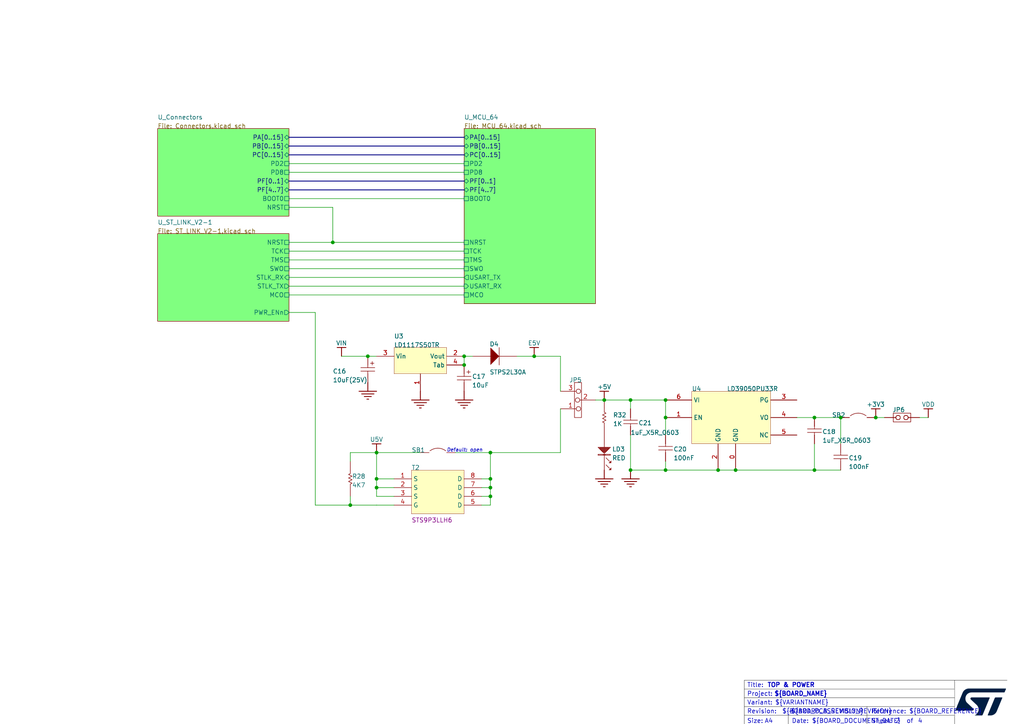
<source format=kicad_sch>
(kicad_sch (version 20250114) (generator "eeschema") (generator_version "9.0")
  (paper "A4")
  (title_block (title "TOP & POWER") (rev "C.3"))
  (lib_symbols
    (symbol "Top-altium-import:+3V3_BAR" (power)
      (property "Value" "+3V3" (at 0 -3.81 0))
      (symbol "+3V3_BAR_0_0"
        (polyline (pts (xy -1.27 -2.54) (xy 1.27 -2.54)) (stroke (width 0.254)))
        (polyline (pts (xy 0 0) (xy 0 -2.54)) (stroke (width 0.254)))
        (pin power_in line (at 0 0 0) (length 0) (hide yes) (name "+3V3") (number ""))
      )
    )
    (symbol "Top-altium-import:+5V_BAR" (power)
      (property "Value" "+5V" (at 0 -3.81 0))
      (symbol "+5V_BAR_0_0"
        (polyline (pts (xy -1.27 -2.54) (xy 1.27 -2.54)) (stroke (width 0.254)))
        (polyline (pts (xy 0 0) (xy 0 -2.54)) (stroke (width 0.254)))
        (pin power_in line (at 0 0 0) (length 0) (hide yes) (name "+5V") (number ""))
      )
    )
    (symbol "Top-altium-import:E5V_BAR" (power)
      (property "Value" "E5V" (at 0 -3.81 0))
      (symbol "E5V_BAR_0_0"
        (polyline (pts (xy -1.27 -2.54) (xy 1.27 -2.54)) (stroke (width 0.254)))
        (polyline (pts (xy 0 0) (xy 0 -2.54)) (stroke (width 0.254)))
        (pin power_in line (at 0 0 0) (length 0) (hide yes) (name "E5V") (number ""))
      )
    )
    (symbol "Top-altium-import:GND_POWER_GROUND" (power)
      (property "Value" "GND" (at 0 -6.35 0))
      (symbol "GND_POWER_GROUND_0_0"
        (polyline (pts (xy -2.54 -2.54) (xy 2.54 -2.54)) (stroke (width 0.254)))
        (polyline (pts (xy -1.778 -3.302) (xy 1.778 -3.302)) (stroke (width 0.254)))
        (polyline (pts (xy -1.016 -4.064) (xy 1.016 -4.064)) (stroke (width 0.254)))
        (polyline (pts (xy -0.254 -4.826) (xy 0.254 -4.826)) (stroke (width 0.254)))
        (polyline (pts (xy 0 0) (xy 0 -2.54)) (stroke (width 0.254)))
        (pin power_in line (at 0 0 0) (length 0) (hide yes) (name "GND") (number ""))
      )
    )
    (symbol "Top-altium-import:U5V_BAR" (power)
      (property "Value" "U5V" (at 0 -3.81 0))
      (symbol "U5V_BAR_0_0"
        (polyline (pts (xy -1.27 -2.54) (xy 1.27 -2.54)) (stroke (width 0.254)))
        (polyline (pts (xy 0 0) (xy 0 -2.54)) (stroke (width 0.254)))
        (pin power_in line (at 0 0 0) (length 0) (hide yes) (name "U5V") (number ""))
      )
    )
    (symbol "Top-altium-import:VDD_BAR" (power)
      (property "Value" "VDD" (at 0 -3.81 0))
      (symbol "VDD_BAR_0_0"
        (polyline (pts (xy -1.27 -2.54) (xy 1.27 -2.54)) (stroke (width 0.254)))
        (polyline (pts (xy 0 0) (xy 0 -2.54)) (stroke (width 0.254)))
        (pin power_in line (at 0 0 0) (length 0) (hide yes) (name "VDD") (number ""))
      )
    )
    (symbol "Top-altium-import:VIN_BAR" (power)
      (property "Value" "VIN" (at 0 -3.81 0))
      (symbol "VIN_BAR_0_0"
        (polyline (pts (xy -1.27 -2.54) (xy 1.27 -2.54)) (stroke (width 0.254)))
        (polyline (pts (xy 0 0) (xy 0 -2.54)) (stroke (width 0.254)))
        (pin power_in line (at 0 0 0) (length 0) (hide yes) (name "VIN") (number ""))
      )
    )
    (symbol "Top-altium-import:root_0_Circuit Breaker_MCD_TOOLS.SCHLIB" (pin_numbers (hide yes)) (pin_names (hide yes))
      (symbol "root_0_Circuit Breaker_MCD_TOOLS.SCHLIB_1_0"
        (arc (start 0.254 -2.032) (mid 1.3352 -1.4655) (end 2.54 -1.27))
        (arc (start 2.54 -1.27) (mid 3.7448 -1.4655) (end 4.826 -2.032))
        (pin passive line (at -2.54 -2.54 0) (length 2.54) (name "1") (number "1"))
        (pin passive line (at 7.62 -2.54 180) (length 2.54) (name "2") (number "2"))
      )
    )
    (symbol "Top-altium-import:root_0_JP2_*" (pin_numbers (hide yes)) (pin_names (hide yes))
      (symbol "root_0_JP2_*_1_0"
        (polyline (pts (xy -2.54 1.27) (xy 2.54 1.27) (xy 2.54 -1.27) (xy -2.54 -1.27) (xy -2.54 1.27)))
        (pin passive inverted (at -5.08 0 0) (length 4.572) (name "COMMON") (number "1"))
        (pin passive inverted (at 5.08 0 180) (length 4.572) (name "NO") (number "2"))
      )
    )
    (symbol "Top-altium-import:root_0_Jumper3_STR910_SCHLIB.SCHLIB" (pin_names (hide yes))
      (symbol "root_0_Jumper3_STR910_SCHLIB.SCHLIB_1_0"
        (polyline (pts (xy 1.016 0) (xy -1.016 0) (xy -1.016 -10.16) (xy 1.016 -10.16) (xy 1.016 0)))
        (pin passive inverted (at -5.08 -2.54 0) (length 5.842) (name "") (number "3"))
        (pin passive inverted (at -5.08 -7.62 0) (length 5.842) (name "") (number "1"))
        (pin passive inverted (at 5.08 -5.08 180) (length 5.842) (name "") (number "2"))
      )
    )
    (symbol "Top-altium-import:root_0_LD1117_mb1045.SCHLIB_0"
      (symbol "root_0_LD1117_mb1045.SCHLIB_0_1_0"
        (rectangle (start 7.62 2.54) (end -7.62 -5.08) (stroke (width 0.0254) (color 128 0 0 1)) (fill (type background)))
        (pin input line (at -12.7 0 0) (length 5.08) (name "Vin") (number "3"))
        (pin passive line (at 0 -10.16 90) (length 5.08) (name "") (number "1"))
        (pin power_in line (at 12.7 0 180) (length 5.08) (name "Vout") (number "2"))
        (pin power_in line (at 12.7 -2.54 180) (length 5.08) (name "Tab") (number "4"))
      )
    )
    (symbol "Top-altium-import:root_0_LD39050P_Nucleo_64.SCHLIB_0"
      (symbol "root_0_LD39050P_Nucleo_64.SCHLIB_0_1_0"
        (rectangle (start 22.86 0) (end 0 -15.24) (stroke (width 0.0254) (color 128 0 0 1)) (fill (type background)))
        (pin passive line (at -7.62 -2.54 0) (length 7.62) (name "VI") (number "6"))
        (pin passive line (at -7.62 -7.62 0) (length 7.62) (name "EN") (number "1"))
        (pin passive line (at 7.62 -22.86 90) (length 7.62) (name "GND") (number "2"))
        (pin passive line (at 12.7 -22.86 90) (length 7.62) (name "GND") (number "0"))
        (pin passive line (at 30.48 -2.54 180) (length 7.62) (name "PG") (number "3"))
        (pin passive line (at 30.48 -7.62 180) (length 7.62) (name "VO") (number "4"))
        (pin passive line (at 30.48 -12.7 180) (length 7.62) (name "NC") (number "5"))
      )
    )
    (symbol "Top-altium-import:root_0_PHOTO_MB963_1.SCHLIB_0" (pin_numbers (hide yes)) (pin_names (hide yes))
      (symbol "root_0_PHOTO_MB963_1.SCHLIB_0_1_0"
        (polyline (pts (xy -1.778 -5.588) (xy -1.778 -5.842)))
        (polyline (pts (xy -1.27 -3.556) (xy -1.27 -4.064)))
        (polyline (pts (xy -1.016 -3.556) (xy -1.016 -4.318)))
        (polyline (pts (xy -0.762 -3.556) (xy -0.762 -4.572)))
        (polyline (pts (xy -0.508 -3.556) (xy -0.508 -4.826)))
        (polyline (pts (xy -0.254 -3.556) (xy -0.254 -5.08)))
        (polyline (pts (xy -0.254 -5.08) (xy -1.778 -3.556)))
        (polyline (pts (xy -0.254 -5.588) (xy -0.254 -5.842)))
        (polyline (pts (xy 0 -2.54) (xy 0 -7.62)))
        (polyline (pts (xy 0.254 -3.556) (xy 0.254 -5.08)))
        (polyline (pts (xy 0.254 -5.08) (xy -0.254 -5.08)))
        (polyline (pts (xy 0.254 -5.588) (xy 0.254 -5.842)))
        (polyline (pts (xy 0.508 -3.556) (xy 0.508 -4.826)))
        (polyline (pts (xy 0.508 -4.826) (xy -0.508 -4.826)))
        (polyline (pts (xy 0.508 -6.604) (xy 1.524 -7.62)))
        (polyline (pts (xy 0.508 -8.636) (xy 1.524 -9.652)))
        (polyline (pts (xy 0.762 -3.556) (xy 0.762 -4.572)))
        (polyline (pts (xy 0.762 -4.572) (xy -0.762 -4.572)))
        (polyline (pts (xy 1.016 -3.556) (xy 1.016 -4.318)))
        (polyline (pts (xy 1.016 -4.318) (xy -1.016 -4.318)))
        (polyline (pts (xy 1.27 -3.556) (xy 1.27 -4.064)))
        (polyline (pts (xy 1.27 -4.064) (xy -1.27 -4.064)))
        (polyline (pts (xy 1.524 -3.81) (xy -1.524 -3.81)))
        (polyline (pts (xy 1.778 -3.556) (xy -1.778 -3.556)))
        (polyline (pts (xy 1.778 -3.556) (xy 0.254 -5.08)))
        (polyline (pts (xy 1.778 -5.588) (xy -1.778 -5.588)))
        (polyline (pts (xy 1.778 -5.588) (xy 1.778 -5.842)))
        (polyline (pts (xy 1.778 -5.842) (xy -1.778 -5.842)))
        (polyline (pts (xy 2.032 -7.366) (xy 2.032 -8.128) (xy 1.27 -8.128) (xy 2.032 -7.366)) (stroke (width -0.0001)) (fill (type outline)))
        (polyline (pts (xy 2.032 -9.398) (xy 2.032 -10.16) (xy 1.27 -10.16) (xy 2.032 -9.398)) (stroke (width -0.0001)) (fill (type outline)))
        (pin passive line (at 0 0 270) (length 2.54) (name "") (number "1"))
        (pin passive line (at 0 -10.16 90) (length 2.54) (name "") (number "2"))
      )
    )
    (symbol "Top-altium-import:root_0_STPS2L30A_Nucleo_64.SCHLIB" (pin_numbers (hide yes)) (pin_names (hide yes))
      (symbol "root_0_STPS2L30A_Nucleo_64.SCHLIB_1_0"
        (polyline (pts (xy 0 -5.08) (xy 2.54 -2.54) (xy 0 0) (xy 0 -5.08)) (stroke (width -0.0001)) (fill (type outline)))
        (polyline (pts (xy 2.54 0) (xy 2.54 -5.08)))
        (pin passive line (at -5.08 -2.54 0) (length 5.08) (name "A") (number "1"))
        (pin passive line (at 7.62 -2.54 180) (length 5.08) (name "K") (number "2"))
      )
    )
    (symbol "Top-altium-import:root_0_TRANS_P-CHANNEL_STS9P3LLH6_MCD_PARTS_database.DbLib"
      (symbol "root_0_TRANS_P-CHANNEL_STS9P3LLH6_MCD_PARTS_database.DbLib_1_0"
        (rectangle (start 15.214 -0.001) (end -0.026 -12.701) (stroke (width 0.0254) (color 128 0 0 1)) (fill (type background)))
        (pin passive line (at -5.106 -2.541 0) (length 5.08) (name "S") (number "1"))
        (pin passive line (at -5.106 -5.081 0) (length 5.08) (name "S") (number "2"))
        (pin passive line (at -5.106 -7.621 0) (length 5.08) (name "S") (number "3"))
        (pin passive line (at -5.106 -10.161 0) (length 5.08) (name "G") (number "4"))
        (pin passive line (at 20.294 -2.541 180) (length 5.08) (name "D") (number "8"))
        (pin passive line (at 20.294 -7.621 180) (length 5.08) (name "D") (number "6"))
        (pin passive line (at 20.294 -10.161 180) (length 5.08) (name "D") (number "5"))
        (pin passive line (at 20.32 -5.08 180) (length 5.08) (name "D") (number "7"))
      )
    )
    (symbol "Top-altium-import:root_1_Capacitor_ST_MCD_TOOLS.SchLib" (pin_numbers (hide yes)) (pin_names (hide yes))
      (symbol "root_1_Capacitor_ST_MCD_TOOLS.SchLib_1_0"
        (polyline (pts (xy 0.508 1.778) (xy 4.572 1.778)))
        (polyline (pts (xy 2.54 2.54) (xy 2.54 1.778)))
        (polyline (pts (xy 2.54 0) (xy 2.54 0.762)))
        (polyline (pts (xy 4.572 0.762) (xy 0.508 0.762)))
        (pin passive line (at 2.54 5.08 270) (length 2.54) (name "2") (number "2"))
        (pin passive line (at 2.54 -2.54 90) (length 2.54) (name "1") (number "1"))
      )
    )
    (symbol "Top-altium-import:root_1_Resistor_ST_MCD_TOOLS.SchLib" (pin_numbers (hide yes)) (pin_names (hide yes))
      (symbol "root_1_Resistor_ST_MCD_TOOLS.SchLib_1_0"
        (polyline (pts (xy 2.54 5.08) (xy 2.54 4.064) (xy 3.048 3.81) (xy 2.032 3.302) (xy 3.048 2.794) (xy 2.032 2.286) (xy 3.048 1.778) (xy 2.032 1.27) (xy 2.54 1.016) (xy 2.54 0)))
        (pin passive line (at 2.54 7.62 270) (length 2.54) (name "2") (number "2"))
        (pin passive line (at 2.54 -2.54 90) (length 2.54) (name "1") (number "1"))
      )
    )
    (symbol "Top-altium-import:root_1_mirrored_Res1_*_0" (pin_numbers (hide yes)) (pin_names (hide yes))
      (symbol "root_1_mirrored_Res1_*_0_1_0"
        (polyline (pts (xy 2.54 -5.08) (xy 2.54 -4.064) (xy 3.048 -3.81) (xy 2.032 -3.302) (xy 3.048 -2.794) (xy 2.032 -2.286) (xy 3.048 -1.778) (xy 2.032 -1.27) (xy 2.54 -1.016) (xy 2.54 0)))
        (pin passive line (at 2.54 2.54 270) (length 2.54) (name "1") (number "1"))
        (pin passive line (at 2.54 -7.62 90) (length 2.54) (name "2") (number "2"))
      )
    )
    (symbol "Top-altium-import:root_3_CAP SMD 0603  X5R 1µF 25V 10%_MB963_1.SCHLIB" (pin_numbers (hide yes)) (pin_names (hide yes))
      (symbol "root_3_CAP SMD 0603  X5R 1µF 25V 10%_MB963_1.SCHLIB_1_0"
        (polyline (pts (xy -2.032 -3.302) (xy 2.032 -3.302)))
        (polyline (pts (xy 0 -2.54) (xy 0 -3.302)))
        (polyline (pts (xy 0 -5.08) (xy 0 -4.318)))
        (polyline (pts (xy 2.032 -4.318) (xy -2.032 -4.318)))
        (pin passive line (at 0 0 270) (length 2.54) (name "1") (number "1"))
        (pin passive line (at 0 -7.62 90) (length 2.54) (name "2") (number "2"))
      )
    )
    (symbol "Top-altium-import:root_3_Cap Pol1_Miscellaneous Devices.IntLib" (pin_numbers (hide yes)) (pin_names (hide yes))
      (symbol "root_3_Cap Pol1_Miscellaneous Devices.IntLib_1_0"
        (polyline (pts (xy -4.572 -0.762) (xy -0.508 -0.762)))
        (polyline (pts (xy -4.572 -1.778) (xy -0.508 -1.778)))
        (polyline (pts (xy -2.54 0) (xy -2.54 -0.762)))
        (polyline (pts (xy -2.54 -2.54) (xy -2.54 -1.778)))
        (polyline (pts (xy -1.778 0.508) (xy -0.762 0.508)))
        (polyline (pts (xy -1.27 0) (xy -1.27 1.016)))
        (pin passive line (at -2.54 2.54 270) (length 2.54) (name "1") (number "1"))
        (pin passive line (at -2.54 -5.08 90) (length 2.54) (name "2") (number "2"))
      )
    )
  )
  (text "Default: open" (at 129.54 131.2672 0) (effects (font (size 1.016 1.016) (italic yes)) (justify left bottom)))
  (text "${##}" (at 266.192 210.0072 0) (effects (font (size 1.27 1.27)) (justify left bottom)))
  (text "${VARIANTNAME}" (at 224.79 204.6732 0) (effects (font (size 1.27 1.27)) (justify left bottom)))
  (text "Title:" (at 216.662 199.5932 0) (effects (font (size 1.27 1.27)) (justify left bottom)))
  (text "Sheet:" (at 252.73 210.0072 0) (effects (font (size 1.27 1.27)) (justify left bottom)))
  (text "Variant:" (at 216.662 204.6732 0) (effects (font (size 1.27 1.27)) (justify left bottom)))
  (text "${BOARD_NAME}" (at 224.536 202.1332 0) (effects (font (size 1.27 1.27) (thickness 0.254) (bold yes)) (justify left bottom)))
  (text "${#}" (at 259.588 210.0072 0) (effects (font (size 1.27 1.27)) (justify left bottom)))
  (text "of" (at 262.89 210.0072 0) (effects (font (size 1.27 1.27)) (justify left bottom)))
  (text "Project:" (at 216.662 202.1332 0) (effects (font (size 1.27 1.27)) (justify left bottom)))
  (text "Size:" (at 216.662 210.0072 0) (effects (font (size 1.27 1.27)) (justify left bottom)))
  (text "${BOARD_ASSEMBLY_REVISION}" (at 229.362 207.2132 0) (effects (font (size 1.27 1.27)) (justify left bottom)))
  (text "Reference:" (at 252.73 207.2132 0) (effects (font (size 1.27 1.27)) (justify left bottom)))
  (text "Revision:" (at 216.662 207.2132 0) (effects (font (size 1.27 1.27)) (justify left bottom)))
  (text "${BOARD_REFERENCE}" (at 263.652 207.2132 0) (effects (font (size 1.27 1.27)) (justify left bottom)))
  (text "${BOARD_DOCUMENT_DATE}" (at 235.458 210.0072 0) (effects (font (size 1.27 1.27)) (justify left bottom)))
  (text "Date:" (at 229.616 210.0072 0) (effects (font (size 1.27 1.27)) (justify left bottom)))
  (text "${TITLE}" (at 222.504 199.5932 0) (effects (font (size 1.27 1.27) (thickness 0.254) (bold yes)) (justify left bottom)))
  (text "A4" (at 221.742 210.0072 0) (effects (font (size 1.27 1.27)) (justify left bottom)))
  (text "-" (at 228.6 207.2132 0) (effects (font (size 1.27 1.27)) (justify left bottom)))
  (text "${BOARD_PCB_REVISION}" (at 226.822 207.2132 0) (effects (font (size 1.27 1.27)) (justify left bottom)))
  (junction (at 254 121.1072))
  (junction (at 193.04 136.3472))
  (junction (at 208.28 136.3472))
  (junction (at 193.04 116.0272))
  (junction (at 109.22 138.8872))
  (junction (at 109.22 131.2672))
  (junction (at 236.22 121.1072))
  (junction (at 109.22 141.4282))
  (junction (at 175.26 116.0272))
  (junction (at 142.24 141.4272))
  (junction (at 142.24 143.9682))
  (junction (at 142.24 138.8882))
  (junction (at 134.62 103.3272))
  (junction (at 142.24 131.2672))
  (junction (at 101.6 146.5072))
  (junction (at 193.04 121.1072))
  (junction (at 106.68 103.3272))
  (junction (at 182.88 136.3472))
  (junction (at 134.62 105.8672))
  (junction (at 213.36 136.3472))
  (junction (at 182.88 116.0272))
  (junction (at 243.84 121.1072))
  (junction (at 96.52 70.3072))
  (junction (at 236.22 136.3472))
  (junction (at 154.94 103.3272))
  (wire (pts (xy 213.36 136.3472) (xy 236.22 136.3472)))
  (wire (pts (xy 91.44 90.6272) (xy 91.44 146.5072)))
  (polyline (pts (xy 215.9 197.3072) (xy 215.9 210.0072)) (stroke (width 0.0254) (type solid) (color 0 0 0 1)))
  (wire (pts (xy 193.04 136.3472) (xy 208.28 136.3472)))
  (wire (pts (xy 96.52 70.3072) (xy 134.62 70.3072)))
  (wire (pts (xy 83.82 75.3872) (xy 134.62 75.3872)))
  (wire (pts (xy 142.24 138.8882) (xy 142.24 141.4272)))
  (wire (pts (xy 134.62 105.8672) (xy 134.62 103.3272)))
  (wire (pts (xy 83.82 80.4672) (xy 134.62 80.4672)))
  (polyline (pts (xy 276.86 199.8472) (xy 215.9 199.8472)) (stroke (width 0.0254) (type solid) (color 0 0 0 1)))
  (wire (pts (xy 256.54 121.1072) (xy 254 121.1072)))
  (wire (pts (xy 83.82 90.6272) (xy 91.44 90.6272)))
  (wire (pts (xy 193.04 121.1072) (xy 193.04 116.0272)))
  (wire (pts (xy 109.22 131.2672) (xy 121.92 131.2672)))
  (wire (pts (xy 109.22 146.5082) (xy 114.274 146.5082)))
  (wire (pts (xy 154.94 103.3272) (xy 149.86 103.3272)))
  (wire (pts (xy 83.82 60.1472) (xy 96.52 60.1472)))
  (wire (pts (xy 182.88 116.0272) (xy 175.26 116.0272)))
  (polyline (pts (xy 228.6 207.4672) (xy 228.6 210.0072)) (stroke (width 0.0254) (type solid) (color 0 0 0 1)))
  (wire (pts (xy 193.04 136.3472) (xy 193.04 133.8072)))
  (wire (pts (xy 83.82 77.9272) (xy 134.62 77.9272)))
  (wire (pts (xy 109.22 143.9682) (xy 114.274 143.9682)))
  (wire (pts (xy 99.06 103.3272) (xy 106.68 103.3272)))
  (wire (pts (xy 142.24 143.9682) (xy 139.674 143.9682)))
  (wire (pts (xy 139.674 138.8882) (xy 142.24 138.8882)))
  (wire (pts (xy 132.08 131.2672) (xy 142.24 131.2672)))
  (polyline (pts (xy 276.86 197.3072) (xy 276.86 210.0072)) (stroke (width 0.0254) (type solid) (color 0 0 0 1)))
  (wire (pts (xy 243.84 121.1072) (xy 236.22 121.1072)))
  (wire (pts (xy 182.88 126.1872) (xy 182.88 136.3472)))
  (wire (pts (xy 101.6 133.8072) (xy 101.6 131.2672)))
  (wire (pts (xy 83.82 47.4472) (xy 134.62 47.4472)))
  (wire (pts (xy 236.22 136.3472) (xy 243.84 136.3472)))
  (wire (pts (xy 162.56 103.3272) (xy 154.94 103.3272)))
  (wire (pts (xy 83.82 72.8472) (xy 134.62 72.8472)))
  (bus (pts (xy 83.82 39.8272) (xy 134.62 39.8272)) (stroke (width 0.254)))
  (wire (pts (xy 269.24 121.1072) (xy 266.7 121.1072)))
  (wire (pts (xy 142.24 141.4272) (xy 142.24 143.9682)))
  (wire (pts (xy 106.68 103.3272) (xy 109.22 103.3272)))
  (polyline (pts (xy 251.46 204.9272) (xy 251.46 210.0072)) (stroke (width 0.0254) (type solid) (color 0 0 0 1)))
  (wire (pts (xy 243.84 128.7272) (xy 243.84 121.1072)))
  (wire (pts (xy 109.22 138.8872) (xy 109.22 141.4282)))
  (wire (pts (xy 101.6 131.2672) (xy 109.22 131.2672)))
  (wire (pts (xy 83.82 85.5472) (xy 134.62 85.5472)))
  (bus (pts (xy 83.82 55.0672) (xy 134.62 55.0672)) (stroke (width 0.254)))
  (wire (pts (xy 142.24 143.9682) (xy 142.24 146.5082)))
  (wire (pts (xy 101.6 143.9672) (xy 101.6 146.5072)))
  (wire (pts (xy 193.04 126.1872) (xy 193.04 121.1072)))
  (wire (pts (xy 193.04 116.0272) (xy 182.88 116.0272)))
  (wire (pts (xy 134.62 103.3272) (xy 137.16 103.3272)))
  (wire (pts (xy 109.22 131.2672) (xy 109.22 138.8872)))
  (polyline (pts (xy 215.9 202.3872) (xy 276.86 202.3872)) (stroke (width 0.0254) (type solid) (color 0 0 0 1)))
  (wire (pts (xy 83.82 70.3072) (xy 96.52 70.3072)))
  (wire (pts (xy 142.24 131.2672) (xy 142.24 138.8882)))
  (bus (pts (xy 83.82 52.5272) (xy 134.62 52.5272)) (stroke (width 0.254)))
  (polyline (pts (xy 215.9 207.4672) (xy 276.86 207.4672)) (stroke (width 0.0254) (type solid) (color 0 0 0 1)))
  (bus (pts (xy 83.82 44.9072) (xy 134.62 44.9072)) (stroke (width 0.254)))
  (wire (pts (xy 162.56 131.2672) (xy 162.56 118.5672)))
  (wire (pts (xy 182.88 136.3472) (xy 193.04 136.3472)))
  (wire (pts (xy 236.22 121.1072) (xy 231.14 121.1072)))
  (wire (pts (xy 109.22 141.4282) (xy 109.22 143.9682)))
  (wire (pts (xy 83.82 49.9872) (xy 134.62 49.9872)))
  (polyline (pts (xy 292.1 197.3072) (xy 215.9 197.3072)) (stroke (width 0.0254) (type solid) (color 0 0 0 1)))
  (bus (pts (xy 83.82 42.3672) (xy 134.62 42.3672)) (stroke (width 0.254)))
  (wire (pts (xy 101.6 146.5072) (xy 109.22 146.5072)))
  (polyline (pts (xy 215.9 204.9272) (xy 276.86 204.9272)) (stroke (width 0.0254) (type solid) (color 0 0 0 1)))
  (wire (pts (xy 142.24 146.5082) (xy 139.674 146.5082)))
  (wire (pts (xy 208.28 136.3472) (xy 213.36 136.3472)))
  (wire (pts (xy 109.22 138.8872) (xy 114.274 138.8882)))
  (wire (pts (xy 236.22 128.7272) (xy 236.22 136.3472)))
  (wire (pts (xy 175.26 116.0272) (xy 172.72 116.0272)))
  (wire (pts (xy 162.56 113.4872) (xy 162.56 103.3272)))
  (wire (pts (xy 83.82 83.0072) (xy 134.62 83.0072)))
  (wire (pts (xy 142.24 141.4272) (xy 139.7 141.4272)))
  (wire (pts (xy 91.44 146.5072) (xy 101.6 146.5072)))
  (wire (pts (xy 142.24 131.2672) (xy 162.56 131.2672)))
  (wire (pts (xy 109.22 141.4282) (xy 114.274 141.4282)))
  (wire (pts (xy 83.82 57.6072) (xy 134.62 57.6072)))
  (wire (pts (xy 109.22 146.5072) (xy 109.22 146.5082)))
  (wire (pts (xy 182.88 116.0272) (xy 182.88 118.5672)))
  (wire (pts (xy 96.52 60.1472) (xy 96.52 70.3072)))
  (image (at 284.442 203.6397) (scale 0.173094))
  (symbol (lib_id "Top-altium-import:root_0_Circuit Breaker_MCD_TOOLS.SCHLIB") (at 124.46 128.7272 0) (unit 1)
    (property "Reference" "SB1" (at 119.38 131.2672 0) (effects (justify left bottom)))
    (property "Value" "Circuit Breaker" (effects (hide yes)))
    (property "Footprint" "JP2_SMD" (effects (hide yes)))
    (property "Description" "Circuit Breaker" (effects (hide yes)))
    (property "PUBLISHED" "24-Mar-1999" (effects (hide yes)))
    (property "REVISION" "July-2002: Re-released for DXP Platform." (effects (hide yes)))
    (property "PUBLISHER" "Altium Limited" (effects (hide yes)))
    (property "SOLDER" "NO" (effects (hide yes)))
  )
  (symbol (lib_id "Top-altium-import:VIN_BAR") (at 99.06 103.3272 180) (unit 1)
    (property "Reference" "#PWR?" (effects (hide yes)))
    (property "Value" "VIN" (at 99.06 99.5172 0))
  )
  (symbol (lib_id "Top-altium-import:VDD_BAR") (at 269.24 121.1072 180) (unit 1)
    (property "Reference" "#PWR?" (effects (hide yes)))
    (property "Value" "VDD" (at 269.24 117.2972 0))
  )
  (symbol (lib_id "Top-altium-import:root_1_Capacitor_ST_MCD_TOOLS.SchLib") (at 190.5 131.2672 0) (unit 1)
    (property "Reference" "C20" (at 195.326 131.0132 0) (effects (justify left bottom)))
    (property "Value" "100nF" (at 195.326 133.5532 0) (effects (justify left bottom)))
    (property "Footprint" "0603C" (effects (hide yes)))
    (property "Description" "Capacitor 0402 / 0603 / 0805" (effects (hide yes)))
    (property "REVISION" "July-2002: Re-released for DXP Platform." (effects (hide yes)))
    (property "ALTIUM_VALUE" "100nF" (effects (hide yes)))
  )
  (symbol (lib_id "Top-altium-import:GND_POWER_GROUND") (at 134.62 113.4872 0) (unit 1)
    (property "Reference" "#PWR?" (effects (hide yes)))
    (property "Value" "GND" (effects (hide yes)))
  )
  (symbol (lib_id "Top-altium-import:root_1_Resistor_ST_MCD_TOOLS.SchLib") (at 172.72 123.6472 0) (unit 1)
    (property "Reference" "R32" (at 177.8 121.1072 0) (effects (justify left bottom)))
    (property "Value" "1K" (at 177.8 123.6472 0) (effects (justify left bottom)))
    (property "Footprint" "0603R" (effects (hide yes)))
    (property "Description" "Resistor 0402 / 0603 / 0805" (effects (hide yes)))
    (property "ALTIUM_VALUE" "10K" (effects (hide yes)))
  )
  (symbol (lib_id "Top-altium-import:GND_POWER_GROUND") (at 106.68 110.9472 0) (unit 1)
    (property "Reference" "#PWR?" (effects (hide yes)))
    (property "Value" "GND" (effects (hide yes)))
  )
  (symbol (lib_id "Top-altium-import:GND_POWER_GROUND") (at 175.26 136.3472 0) (unit 1)
    (property "Reference" "#PWR?" (effects (hide yes)))
    (property "Value" "GND" (effects (hide yes)))
  )
  (symbol (lib_id "Top-altium-import:+3V3_BAR") (at 254 121.1072 180) (unit 1)
    (property "Reference" "#PWR?" (effects (hide yes)))
    (property "Value" "+3V3" (at 254 117.2972 0))
  )
  (symbol (lib_id "Top-altium-import:root_0_JP2_*") (at 261.62 121.1072 0) (unit 1)
    (property "Reference" "JP6" (at 258.826 119.5832 0) (effects (justify left bottom)))
    (property "Footprint" "SIP2/2.54" (effects (hide yes)))
  )
  (symbol (lib_id "Top-altium-import:root_3_Cap Pol1_Miscellaneous Devices.IntLib") (at 137.16 108.4072 0) (unit 1)
    (property "Reference" "C17" (at 136.906 109.9312 0) (effects (justify left bottom)))
    (property "Value" "10uF" (at 136.906 112.4712 0) (effects (justify left bottom)))
    (property "Footprint" "TAN-A" (effects (hide yes)))
    (property "Description" "Polarized Capacitor (Radial)" (effects (hide yes)))
    (property "PUBLISHED" "8-Jun-2000" (effects (hide yes)))
    (property "REVISION" "July-2002: Re-released for DXP Platform." (effects (hide yes)))
    (property "PUBLISHER" "Altium Limited" (effects (hide yes)))
    (property "ALTIUM_VALUE" "10uF" (effects (hide yes)))
  )
  (symbol (lib_id "Top-altium-import:root_0_STPS2L30A_Nucleo_64.SCHLIB") (at 142.24 100.7872 0) (unit 1)
    (property "Reference" "D4" (at 141.986 100.5332 0) (effects (justify left bottom)))
    (property "Value" "STPS2L30A" (at 141.986 108.6612 0) (effects (justify left bottom)))
    (property "Footprint" "SMA" (effects (hide yes)))
    (property "Description" "STPS2L30A" (effects (hide yes)))
    (property "REVISION" "July-2002: Re-released for DXP Platform." (effects (hide yes)))
    (property "PROVIDED" "ST" (effects (hide yes)))
    (property "ORDER" "BAT60JFILM" (effects (hide yes)))
    (property "MANUF_PART_1" "BAT60JFILM" (effects (hide yes)))
    (property "MANUF_1" "STM" (effects (hide yes)))
    (property "DISTRIB" "ST" (effects (hide yes)))
    (property "ECCN_US/EU" "EAR99/NEC" (effects (hide yes)))
  )
  (symbol (lib_id "Top-altium-import:root_3_Cap Pol1_Miscellaneous Devices.IntLib") (at 109.22 105.8672 0) (unit 1)
    (property "Reference" "C16" (at 96.52 108.4072 0) (effects (justify left bottom)))
    (property "Value" "10uF(25V)" (at 96.52 110.9472 0) (effects (justify left bottom)))
    (property "Footprint" "TAN-B" (effects (hide yes)))
    (property "Description" "Polarized Capacitor (Radial)" (effects (hide yes)))
    (property "PUBLISHED" "8-Jun-2000" (effects (hide yes)))
    (property "REVISION" "July-2002: Re-released for DXP Platform." (effects (hide yes)))
    (property "PUBLISHER" "Altium Limited" (effects (hide yes)))
    (property "ALTIUM_VALUE" "10uF" (effects (hide yes)))
  )
  (symbol (lib_id "Top-altium-import:root_3_CAP SMD 0603  X5R 1µF 25V 10%_MB963_1.SCHLIB") (at 182.88 118.5672 0) (unit 1)
    (property "Reference" "C21" (at 185.166 123.3932 0) (effects (justify left bottom)))
    (property "Value" "1uF_X5R_0603" (at 182.88 126.1872 0) (effects (justify left bottom)))
    (property "Footprint" "0603C" (effects (hide yes)))
    (property "Description" "0603  X5R 1µF" (effects (hide yes)))
    (property "MANUFACTURER" "*" (effects (hide yes)))
    (property "MANUFACTURER P/N" "*" (effects (hide yes)))
    (property "ORDER CODE FARNELL" "1288202RL" (effects (hide yes)))
    (property "ALTIUM_VALUE" "1µF" (effects (hide yes)))
    (property "RATED VOLTAGE" "25V" (effects (hide yes)))
    (property "TOLERANCE" "10%" (effects (hide yes)))
    (property "POWER" "*" (effects (hide yes)))
    (property "TECHNOLOGY" "X5R" (effects (hide yes)))
    (property "TEMPERATURE  FACTOR" "*" (effects (hide yes)))
    (property "TEMPERATURE MAX" "+125°C" (effects (hide yes)))
    (property "TEMPERATURE MIN" "-55°C" (effects (hide yes)))
    (property "STS CODE" "*" (effects (hide yes)))
  )
  (symbol (lib_id "Top-altium-import:root_0_LD39050P_Nucleo_64.SCHLIB_0") (at 200.66 113.4872 0) (unit 1)
    (property "Reference" "U4" (at 200.66 113.4872 0) (effects (justify left bottom)))
    (property "Value" "LD39050PU33R" (at 210.82 113.4872 0) (effects (justify left bottom)))
    (property "Footprint" "DFN6(3X3)" (effects (hide yes)))
  )
  (symbol (lib_id "Top-altium-import:E5V_BAR") (at 154.94 103.3272 180) (unit 1)
    (property "Reference" "#PWR?" (effects (hide yes)))
    (property "Value" "E5V" (at 154.94 99.5172 0))
  )
  (symbol (lib_id "Top-altium-import:root_1_mirrored_Res1_*_0") (at 99.06 136.3472 0) (unit 1)
    (property "Reference" "R28" (at 102.108 138.8872 0) (effects (justify left bottom)))
    (property "Value" "4K7" (at 102.108 141.4272 0) (effects (justify left bottom)))
    (property "Footprint" "0603R" (effects (hide yes)))
    (property "Description" "Resistor" (effects (hide yes)))
    (property "PUBLISHED" "8-Jun-2000" (effects (hide yes)))
    (property "REVISION" "July-2002: Re-released for DXP Platform." (effects (hide yes)))
    (property "PUBLISHER" "Altium Limited" (effects (hide yes)))
    (property "ALTIUM_VALUE" "1K" (effects (hide yes)))
  )
  (symbol (lib_id "Top-altium-import:root_3_CAP SMD 0603  X5R 1µF 25V 10%_MB963_1.SCHLIB") (at 236.22 121.1072 0) (unit 1)
    (property "Reference" "C18" (at 238.506 125.9332 0) (effects (justify left bottom)))
    (property "Value" "1uF_X5R_0603" (at 238.506 128.4732 0) (effects (justify left bottom)))
    (property "Footprint" "0603C" (effects (hide yes)))
    (property "Description" "0603  X5R 1µF" (effects (hide yes)))
    (property "MANUFACTURER" "*" (effects (hide yes)))
    (property "MANUFACTURER P/N" "*" (effects (hide yes)))
    (property "ORDER CODE FARNELL" "1288202RL" (effects (hide yes)))
    (property "ALTIUM_VALUE" "1µF" (effects (hide yes)))
    (property "RATED VOLTAGE" "25V" (effects (hide yes)))
    (property "TOLERANCE" "10%" (effects (hide yes)))
    (property "POWER" "*" (effects (hide yes)))
    (property "TECHNOLOGY" "X5R" (effects (hide yes)))
    (property "TEMPERATURE  FACTOR" "*" (effects (hide yes)))
    (property "TEMPERATURE MAX" "+125°C" (effects (hide yes)))
    (property "TEMPERATURE MIN" "-55°C" (effects (hide yes)))
    (property "STS CODE" "*" (effects (hide yes)))
  )
  (symbol (lib_id "Top-altium-import:root_0_LD1117_mb1045.SCHLIB_0") (at 121.92 103.3272 0) (unit 1)
    (property "Reference" "U3" (at 114.3 98.2472 0) (effects (justify left bottom)))
    (property "Value" "LD1117S50TR" (at 114.3 100.7872 0) (effects (justify left bottom)))
    (property "Footprint" "SOT-223" (effects (hide yes)))
  )
  (symbol (lib_id "Top-altium-import:GND_POWER_GROUND") (at 121.92 113.4872 0) (unit 1)
    (property "Reference" "#PWR?" (effects (hide yes)))
    (property "Value" "GND" (effects (hide yes)))
  )
  (symbol (lib_id "Top-altium-import:root_0_TRANS_P-CHANNEL_STS9P3LLH6_MCD_PARTS_database.DbLib") (at 119.38 136.3472 0) (unit 1)
    (property "Reference" "T2" (at 119.354 136.3482 0) (effects (justify left bottom)))
    (property "Value" "TRANS_P-CHANNEL_STS9P3LLH6" (effects (hide yes)))
    (property "Footprint" "ICC_SO8_5X4_P127" (effects (hide yes)))
    (property "Description" "Transistor, MOSFET, P-CH, -30V, -9A, SO-8" (effects (hide yes)))
    (property "INTERNAL_PART_NUMBER" "MCD-02507" (effects (hide yes)))
    (property "ALTIUM_VALUE" "STS9P3LLH6" (at 119.354 151.5882 0) (effects (justify left bottom)))
    (property "STATUS" "Released" (effects (hide yes)))
    (property "PART_TYPE" "Transistor" (effects (hide yes)))
    (property "PART_PREFERENCE" "Recommended" (effects (hide yes)))
    (property "MANUFACTURER" "STMICROELECTRONICS" (effects (hide yes)))
    (property "MANUFACTURER_PART_NUMBER" "STS9P3LLH6" (effects (hide yes)))
    (property "PACKAGE" "SO-8" (effects (hide yes)))
    (property "COMPONENTLINK1URL" "http://tunmcdsvn.tun.st.com/Component_Documentation_Library/Trunk/Transistor/STMICROELECTRONICS_STS9P3LLH6/" (effects (hide yes)))
    (property "ORDER_CODE_DIGIKEY" "STS9P3LLH6-ND" (effects (hide yes)))
    (property "ORDER_CODE_FARNELL" "2807224" (effects (hide yes)))
    (property "ORDER_CODE_RS" "N/A" (effects (hide yes)))
    (property "COMPONENT_COUNTRY_OF_ORIGIN" "China" (effects (hide yes)))
    (property "SHOWFIELDS" "YES" (effects (hide yes)))
    (property "ID" "4613" (effects (hide yes)))
  )
  (symbol (lib_id "Top-altium-import:root_0_Jumper3_STR910_SCHLIB.SCHLIB") (at 167.64 110.9472 0) (unit 1)
    (property "Reference" "JP5" (at 165.1 110.9472 0) (effects (justify left bottom)))
    (property "Footprint" "SIP3" (effects (hide yes)))
  )
  (symbol (lib_id "Top-altium-import:+5V_BAR") (at 175.26 116.0272 180) (unit 1)
    (property "Reference" "#PWR?" (effects (hide yes)))
    (property "Value" "+5V" (at 175.26 112.2172 0))
  )
  (symbol (lib_id "Top-altium-import:root_0_Circuit Breaker_MCD_TOOLS.SCHLIB") (at 246.38 118.5672 0) (unit 1)
    (property "Reference" "SB2" (at 241.3 121.1072 0) (effects (justify left bottom)))
    (property "Value" "Circuit Breaker" (effects (hide yes)))
    (property "Footprint" "JP2_SMD" (effects (hide yes)))
    (property "Description" "Circuit Breaker" (effects (hide yes)))
    (property "PUBLISHED" "24-Mar-1999" (effects (hide yes)))
    (property "REVISION" "July-2002: Re-released for DXP Platform." (effects (hide yes)))
    (property "PUBLISHER" "Altium Limited" (effects (hide yes)))
    (property "SOLDER" "NO" (effects (hide yes)))
  )
  (symbol (lib_id "Top-altium-import:root_0_PHOTO_MB963_1.SCHLIB_0") (at 175.26 126.1872 0) (unit 1)
    (property "Reference" "LD3" (at 177.546 131.0132 0) (effects (justify left bottom)))
    (property "Value" "RED" (at 177.546 133.5532 0) (effects (justify left bottom)))
    (property "Footprint" "0603D" (effects (hide yes)))
  )
  (symbol (lib_id "Top-altium-import:root_1_Capacitor_ST_MCD_TOOLS.SchLib") (at 241.3 133.8072 0) (unit 1)
    (property "Reference" "C19" (at 246.126 133.5532 0) (effects (justify left bottom)))
    (property "Value" "100nF" (at 246.126 136.0932 0) (effects (justify left bottom)))
    (property "Footprint" "0603C" (effects (hide yes)))
    (property "Description" "Capacitor 0402 / 0603 / 0805" (effects (hide yes)))
    (property "REVISION" "July-2002: Re-released for DXP Platform." (effects (hide yes)))
    (property "ALTIUM_VALUE" "100nF" (effects (hide yes)))
  )
  (symbol (lib_id "Top-altium-import:GND_POWER_GROUND") (at 182.88 136.3472 0) (unit 1)
    (property "Reference" "#PWR?" (effects (hide yes)))
    (property "Value" "GND" (effects (hide yes)))
  )
  (symbol (lib_id "Top-altium-import:U5V_BAR") (at 109.22 131.2672 180) (unit 1)
    (property "Reference" "#PWR?" (effects (hide yes)))
    (property "Value" "U5V" (at 109.22 127.4572 0))
  )
  (sheet (at 134.62 37.2872) (size 38.1 50.8) (stroke (width 0) (color 128 0 0 1)) (fill (color 128 255 128 1.0000))
    (property "Sheetname" "U_MCU_64" (at 134.62 34.7472 0) (effects (justify left bottom)))
    (property "Sheetfile" "MCU_64.kicad_sch" (at 134.62 37.2872 0) (effects (justify left bottom)))
    (pin "NRST" passive (at 134.62 70.3072 180))
    (pin "MCO" passive (at 134.62 85.5472 180))
    (pin "USART_RX" input (at 134.62 83.0072 180))
    (pin "USART_TX" output (at 134.62 80.4672 180))
    (pin "PA[0..15]" bidirectional (at 134.62 39.8272 180))
    (pin "PB[0..15]" bidirectional (at 134.62 42.3672 180))
    (pin "PC[0..15]" bidirectional (at 134.62 44.9072 180))
    (pin "PF[4..7]" bidirectional (at 134.62 55.0672 180))
    (pin "PD2" passive (at 134.62 47.4472 180))
    (pin "TCK" passive (at 134.62 72.8472 180))
    (pin "TMS" passive (at 134.62 75.3872 180))
    (pin "SWO" passive (at 134.62 77.9272 180))
    (pin "PD8" passive (at 134.62 49.9872 180))
    (pin "PF[0..1]" bidirectional (at 134.62 52.5272 180))
    (pin "BOOT0" passive (at 134.62 57.6072 180))
  )
  (sheet (at 45.72 67.7672) (size 38.1 25.4) (stroke (width 0) (color 128 0 0 1)) (fill (color 128 255 128 1.0000))
    (property "Sheetname" "U_ST_LINK_V2-1" (at 45.72 65.2272 0) (effects (justify left bottom)))
    (property "Sheetfile" "ST_LINK_V2-1.kicad_sch" (at 45.72 67.7672 0) (effects (justify left bottom)))
    (pin "TMS" passive (at 83.82 75.3872 0))
    (pin "TCK" passive (at 83.82 72.8472 0))
    (pin "MCO" passive (at 83.82 85.5472 0))
    (pin "NRST" passive (at 83.82 70.3072 0))
    (pin "STLK_RX" input (at 83.82 80.4672 0))
    (pin "STLK_TX" output (at 83.82 83.0072 0))
    (pin "SWO" passive (at 83.82 77.9272 0))
    (pin "PWR_ENn" output (at 83.82 90.6272 0))
  )
  (sheet (at 45.72 37.2872) (size 38.1 25.4) (stroke (width 0) (color 128 0 0 1)) (fill (color 128 255 128 1.0000))
    (property "Sheetname" "U_Connectors" (at 45.72 34.7472 0) (effects (justify left bottom)))
    (property "Sheetfile" "Connectors.kicad_sch" (at 45.72 37.2872 0) (effects (justify left bottom)))
    (pin "PA[0..15]" bidirectional (at 83.82 39.8272 0))
    (pin "PB[0..15]" bidirectional (at 83.82 42.3672 0))
    (pin "PC[0..15]" bidirectional (at 83.82 44.9072 0))
    (pin "PF[4..7]" bidirectional (at 83.82 55.0672 0))
    (pin "PD2" passive (at 83.82 47.4472 0))
    (pin "PD8" passive (at 83.82 49.9872 0))
    (pin "PF[0..1]" bidirectional (at 83.82 52.5272 0))
    (pin "NRST" passive (at 83.82 60.1472 0))
    (pin "BOOT0" passive (at 83.82 57.6072 0))
  )
)
</source>
